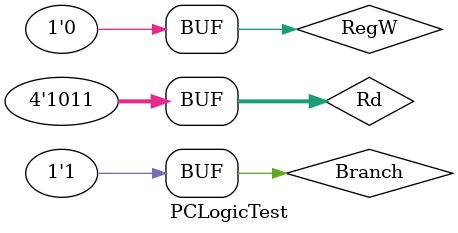
<source format=v>
`timescale 1ns / 1ps


module PCLogicTest;

	// Inputs
	reg [3:0] Rd;
	reg RegW;
	reg Branch;

	// Outputs
	wire PCS;

	// Instantiate the Unit Under Test (UUT)
	PCLogic uut (
		.Rd(Rd), 
		.RegW(RegW), 
		.Branch(Branch), 
		.PCS(PCS)
	);

	initial begin
		// Initialize Inputs
		Rd = 4'b0;
		RegW = 0;
		Branch = 0;

		//------------------------------RD = 111

		//-------RegW = 0

		#10;
		
		Rd = 4'b1111;
		RegW = 0;
		Branch = 0;

		//--------RegW = 1

		#10;	

		Rd = 4'b1111;
		RegW = 1;
		Branch = 0;		
		
		//--------Branch = 1

		#10;	

		Rd = 4'b1111;
		RegW = 1;
		Branch = 1;				


		//------------------------------RD = 1011

		//----------------RegW = 0
		
		#10;
		
		Rd = 4'b1011;
		RegW = 0;
		Branch = 0;
		
		//------Branch = 1

		#10;	

		Rd = 4'b1011;
		RegW = 0;
		Branch = 1;			

		//----------------RegW = 1

		#10;	

		Rd = 4'b1011;
		RegW = 1;
		Branch = 0;		

		//------Branch = 1

		#10;	

		Rd = 4'b1011;
		RegW = 0;
		Branch = 1;			
        

	end
      
endmodule


</source>
